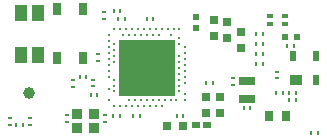
<source format=gtp>
G04*
G04 #@! TF.GenerationSoftware,Altium Limited,Altium Designer,20.1.14 (287)*
G04*
G04 Layer_Color=8421504*
%FSLAX24Y24*%
%MOIN*%
G70*
G04*
G04 #@! TF.SameCoordinates,EC6BA951-EC3A-497E-BF03-96D7CE287269*
G04*
G04*
G04 #@! TF.FilePolarity,Positive*
G04*
G01*
G75*
%ADD16R,0.0118X0.0106*%
%ADD17R,0.0413X0.0551*%
%ADD18R,0.0236X0.0335*%
%ADD19R,0.0295X0.0315*%
%ADD20R,0.0106X0.0118*%
%ADD21R,0.0315X0.0295*%
%ADD22R,0.0236X0.0197*%
%ADD23C,0.0394*%
%ADD24R,0.0551X0.0295*%
%ADD25R,0.0374X0.0335*%
%ADD26R,0.0256X0.0197*%
%ADD27R,0.0197X0.0236*%
%ADD28R,0.0300X0.0320*%
%ADD29R,0.0394X0.0335*%
%ADD30R,0.0197X0.0157*%
%ADD31C,0.0118*%
%ADD32R,0.1902X0.1902*%
%ADD33R,0.0256X0.0413*%
D16*
X11069Y-348D02*
D03*
Y-124D02*
D03*
X4082Y-1802D02*
D03*
Y-1578D02*
D03*
X5342Y-1578D02*
D03*
Y-1802D02*
D03*
X4958Y-614D02*
D03*
Y-390D02*
D03*
X4300Y-642D02*
D03*
Y-418D02*
D03*
X5110Y228D02*
D03*
Y452D02*
D03*
X9610Y-352D02*
D03*
Y-576D02*
D03*
X2850Y-1912D02*
D03*
Y-1688D02*
D03*
X5320Y1867D02*
D03*
Y1643D02*
D03*
X2170Y-1688D02*
D03*
Y-1912D02*
D03*
D17*
X2545Y421D02*
D03*
X3115D02*
D03*
Y1839D02*
D03*
X2545D02*
D03*
D18*
X12374Y-404D02*
D03*
Y404D02*
D03*
X11626D02*
D03*
D19*
X7416Y-1955D02*
D03*
X7947D02*
D03*
D20*
X10398Y787D02*
D03*
X10622D02*
D03*
X10398Y1120D02*
D03*
X10622D02*
D03*
X10398Y453D02*
D03*
X10622D02*
D03*
X10398Y120D02*
D03*
X10622D02*
D03*
X7738Y-1620D02*
D03*
X7962D02*
D03*
X8718Y-514D02*
D03*
X8942D02*
D03*
X6738Y1626D02*
D03*
X6962D02*
D03*
X5778D02*
D03*
X6002D02*
D03*
X5093Y-896D02*
D03*
X4868D02*
D03*
X5854Y-1615D02*
D03*
X5629D02*
D03*
X6299D02*
D03*
X6524D02*
D03*
X10192Y-1330D02*
D03*
X9968D02*
D03*
X11498Y-1070D02*
D03*
X11722D02*
D03*
X11058Y-840D02*
D03*
X11282D02*
D03*
X11428Y720D02*
D03*
X11652D02*
D03*
X11498Y-840D02*
D03*
X11722D02*
D03*
X12218Y-2170D02*
D03*
X12442D02*
D03*
X2622Y-1920D02*
D03*
X2398D02*
D03*
X5638Y1880D02*
D03*
X5862D02*
D03*
X4509Y-303D02*
D03*
X4734D02*
D03*
D21*
X8980Y1050D02*
D03*
Y1582D02*
D03*
X9880Y650D02*
D03*
Y1182D02*
D03*
X9190Y-984D02*
D03*
Y-1516D02*
D03*
X8730D02*
D03*
Y-984D02*
D03*
X9430Y1532D02*
D03*
Y1000D02*
D03*
D22*
X11353Y1020D02*
D03*
X11747D02*
D03*
D23*
X2820Y-850D02*
D03*
D24*
X10100Y-1025D02*
D03*
Y-455D02*
D03*
D25*
X4997Y-1544D02*
D03*
Y-1996D02*
D03*
X4426D02*
D03*
Y-1544D02*
D03*
D26*
X8757Y-1914D02*
D03*
X8383D02*
D03*
D27*
X8400Y1707D02*
D03*
Y1313D02*
D03*
D28*
X11375Y-1600D02*
D03*
X10825D02*
D03*
D29*
X11705Y-404D02*
D03*
D30*
X11356Y1462D02*
D03*
X10844D02*
D03*
Y1738D02*
D03*
X11356D02*
D03*
D31*
X5864Y-1280D02*
D03*
X7242D02*
D03*
X7045D02*
D03*
X6848D02*
D03*
X6652D02*
D03*
X6455D02*
D03*
X6258D02*
D03*
X6061D02*
D03*
X5667D02*
D03*
X8030Y-1083D02*
D03*
X7734D02*
D03*
X7537D02*
D03*
X7341D02*
D03*
X7144D02*
D03*
X6947D02*
D03*
X6750D02*
D03*
X6553D02*
D03*
X6356D02*
D03*
X6159D02*
D03*
X5470D02*
D03*
X5667Y-787D02*
D03*
X8030Y-886D02*
D03*
X7833Y-787D02*
D03*
X5470Y-689D02*
D03*
X7833Y-591D02*
D03*
X5667D02*
D03*
X8030Y-492D02*
D03*
X7833Y-394D02*
D03*
X5667D02*
D03*
X8030Y-295D02*
D03*
X5470D02*
D03*
X7833Y-197D02*
D03*
X8030Y-98D02*
D03*
X5470D02*
D03*
X7833Y0D02*
D03*
X8030Y98D02*
D03*
X5470D02*
D03*
X7833Y197D02*
D03*
X5667D02*
D03*
X8030Y295D02*
D03*
X5470D02*
D03*
X7833Y394D02*
D03*
X5667D02*
D03*
X8030Y492D02*
D03*
X5470D02*
D03*
X5667Y591D02*
D03*
X8030Y689D02*
D03*
X5470D02*
D03*
X7833Y787D02*
D03*
X5667D02*
D03*
X5470Y886D02*
D03*
X7833Y984D02*
D03*
X7537Y1083D02*
D03*
X7144D02*
D03*
X6947D02*
D03*
X6750D02*
D03*
X6553D02*
D03*
X6356D02*
D03*
X6159D02*
D03*
X5963D02*
D03*
X5470D02*
D03*
X7833Y1280D02*
D03*
X7636D02*
D03*
X7439D02*
D03*
X7242D02*
D03*
X7045D02*
D03*
X6848D02*
D03*
X6652D02*
D03*
X6455D02*
D03*
X6258D02*
D03*
X6061D02*
D03*
X5864D02*
D03*
X5667D02*
D03*
D32*
X6750Y0D02*
D03*
D33*
X4603Y1947D02*
D03*
Y313D02*
D03*
X3757Y1947D02*
D03*
Y313D02*
D03*
M02*

</source>
